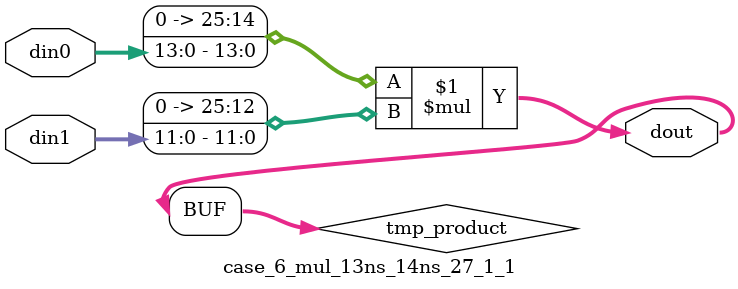
<source format=v>

`timescale 1 ns / 1 ps

 (* use_dsp = "no" *)  module case_6_mul_13ns_14ns_27_1_1(din0, din1, dout);
parameter ID = 1;
parameter NUM_STAGE = 0;
parameter din0_WIDTH = 14;
parameter din1_WIDTH = 12;
parameter dout_WIDTH = 26;

input [din0_WIDTH - 1 : 0] din0; 
input [din1_WIDTH - 1 : 0] din1; 
output [dout_WIDTH - 1 : 0] dout;

wire signed [dout_WIDTH - 1 : 0] tmp_product;
























assign tmp_product = $signed({1'b0, din0}) * $signed({1'b0, din1});











assign dout = tmp_product;





















endmodule

</source>
